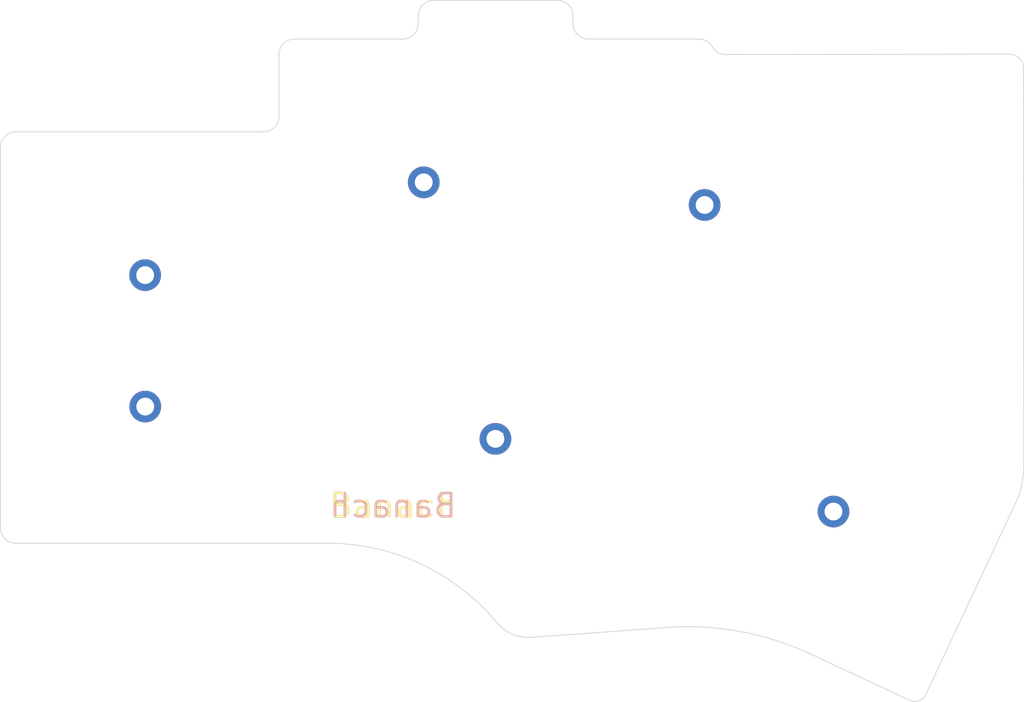
<source format=kicad_pcb>
(kicad_pcb (version 20211014) (generator pcbnew)
  (title_block (title "Corne Light") (date "2018-12-26") (rev "2.1") (company "foostan"))
  (layers (0 "F.Cu" signal) (31 "B.Cu" signal) (34 "B.Paste" user) (35 "F.Paste" user) (36 "B.SilkS" user "B.Silkscreen") (37 "F.SilkS" user "F.Silkscreen") (38 "B.Mask" user) (39 "F.Mask" user) (44 "Edge.Cuts" user))
  (net 0 "")
  (footprint "kbd:M2_Threads_v2" (layer "F.Cu") (at 76.92 95.9)
    (fp_text reference "h2" hide)
    (fp_text value "h2" hide)
    (pad "" thru_hole circle (at 0 0) (size 4.1 4.1) (drill 2.3) (layers *.Cu *.Mask))
  )
  (footprint "kbd:M2_Threads_v2" (layer "F.Cu") (at 112.91 66.9)
    (fp_text reference "h6" hide)
    (fp_text value "h6" hide)
    (pad "" thru_hole circle (at 0 0) (size 4.1 4.1) (drill 2.3) (layers *.Cu *.Mask))
  )
  (footprint "kbd:M2_Threads_v2" (layer "F.Cu") (at 149.21 69.83)
    (fp_text reference "h5" hide)
    (fp_text value "h5" hide)
    (pad "" thru_hole circle (at 0 0) (size 4.1 4.1) (drill 2.3) (layers *.Cu *.Mask))
  )
  (footprint "kbd:M2_Threads_v2" (layer "F.Cu") (at 165.862 109.474)
    (fp_text reference "h4" hide)
    (fp_text value "h4" hide)
    (pad "" thru_hole circle (at 0 0) (size 4.1 4.1) (drill 2.3) (layers *.Cu *.Mask))
  )
  (footprint "" (layer "F.Cu") (at 122.174 100.076)
    (fp_text reference "h3" (at 0 0) (layer "F.SilkS") (effects (font (size 1.27 1.27))))
    (fp_text value "h3" (at 0 0) (layer "F.SilkS") (effects (font (size 1.27 1.27))))
    (pad "" thru_hole circle (at 0 0) (size 4.1 4.1) (drill 2.3) (layers *.Cu *.Mask))
  )
  (footprint "kbd:M2_Threads_v2" (layer "F.Cu") (at 76.91 78.9 90)
    (fp_text reference "h1" hide)
    (fp_text value "h1" hide)
    (pad "" thru_hole circle (at 0 0 90) (size 4.1 4.1) (drill 2.3) (layers *.Cu *.Mask))
  )
  (gr_line (start 144.46 124.46) (end 127 125.73) (layer "Edge.Cuts") (width 0.1))
  (gr_line (start 132.2 46.37) (end 132.2 45.37) (layer "Edge.Cuts") (width 0.1))
  (gr_arc (start 94.2 50.37) (mid 94.785786 48.955786) (end 96.2 48.37) (layer "Edge.Cuts") (width 0.1))
  (gr_arc (start 188.617208 50.322792) (mid 189.89 50.85) (end 190.417208 52.122792) (layer "Edge.Cuts") (width 0.1))
  (gr_line (start 190.457208 103.738795) (end 190.417208 52.122792) (layer "Edge.Cuts") (width 0.1))
  (gr_arc (start 144.46 124.46) (mid 154.54008 125.135261) (end 164.08 128.46) (layer "Edge.Cuts") (width 0.1))
  (gr_arc (start 127 125.73) (mid 124.548177 125.406113) (end 122.5 124.02) (layer "Edge.Cuts") (width 0.1))
  (gr_arc (start 130.2 43.37) (mid 131.614214 43.955786) (end 132.2 45.37) (layer "Edge.Cuts") (width 0.1))
  (gr_line (start 58.2 62.37) (end 58.2 111.57) (layer "Edge.Cuts") (width 0.1))
  (gr_arc (start 112.2 45.37) (mid 112.785786 43.955786) (end 114.2 43.37) (layer "Edge.Cuts") (width 0.1))
  (gr_arc (start 94.2 58.37) (mid 93.614214 59.784214) (end 92.2 60.37) (layer "Edge.Cuts") (width 0.1))
  (gr_arc (start 177.7 133.33) (mid 176.950025 133.934107) (end 175.99 134.01) (layer "Edge.Cuts") (width 0.1))
  (gr_line (start 130.2 43.37) (end 114.2 43.37) (layer "Edge.Cuts") (width 0.1))
  (gr_line (start 94.2 50.37) (end 94.2 58.37) (layer "Edge.Cuts") (width 0.1))
  (gr_line (start 188.617208 50.322792) (end 151.950002 50.369998) (layer "Edge.Cuts") (width 0.1))
  (gr_arc (start 100.7 113.57) (mid 112.765926 116.362734) (end 122.5 124.02) (layer "Edge.Cuts") (width 0.1))
  (gr_arc (start 134.2 48.37) (mid 132.785786 47.784214) (end 132.2 46.37) (layer "Edge.Cuts") (width 0.1))
  (gr_line (start 177.7 133.33) (end 189.41 108.36) (layer "Edge.Cuts") (width 0.1))
  (gr_arc (start 190.457208 103.738795) (mid 190.169947 106.102461) (end 189.41 108.36) (layer "Edge.Cuts") (width 0.1))
  (gr_arc (start 151.950002 50.369998) (mid 150.942226 50.102364) (end 150.2 49.37) (layer "Edge.Cuts") (width 0.1))
  (gr_line (start 148.5 48.37) (end 134.2 48.37) (layer "Edge.Cuts") (width 0.1))
  (gr_arc (start 112.2 46.37) (mid 111.614214 47.784214) (end 110.2 48.37) (layer "Edge.Cuts") (width 0.1))
  (gr_arc (start 60.2 113.57) (mid 58.785786 112.984214) (end 58.2 111.57) (layer "Edge.Cuts") (width 0.1))
  (gr_arc (start 148.5 48.37) (mid 149.486154 48.638538) (end 150.2 49.37) (layer "Edge.Cuts") (width 0.1))
  (gr_line (start 110.2 48.37) (end 96.2 48.37) (layer "Edge.Cuts") (width 0.1))
  (gr_arc (start 58.2 62.37) (mid 58.785786 60.955786) (end 60.2 60.37) (layer "Edge.Cuts") (width 0.1))
  (gr_line (start 164.08 128.46) (end 175.99 134.01) (layer "Edge.Cuts") (width 0.1))
  (gr_line (start 60.2 113.57) (end 100.7 113.57) (layer "Edge.Cuts") (width 0.1))
  (gr_line (start 92.2 60.37) (end 60.2 60.37) (layer "Edge.Cuts") (width 0.1))
  (gr_line (start 112.2 45.37) (end 112.2 46.37) (layer "Edge.Cuts") (width 0.1))
  (gr_text "Banach" (at 117.348 108.712) (layer "F.Cu") (effects (font (size 3 3) (thickness 0.3)) (justify right)))
  (gr_text "Banach" (at 117.348 108.712) (layer "B.Cu") (effects (font (size 3 3) (thickness 0.3)) (justify left mirror)))
  (gr_text "Banach" (at 117.348 108.712) (layer "B.SilkS") (effects (font (size 3 3) (thickness 0.3)) (justify left mirror)))
  (gr_text "Banach" (at 117.348 108.712) (layer "F.SilkS") (effects (font (size 3 3) (thickness 0.3)) (justify right)))
)
</source>
